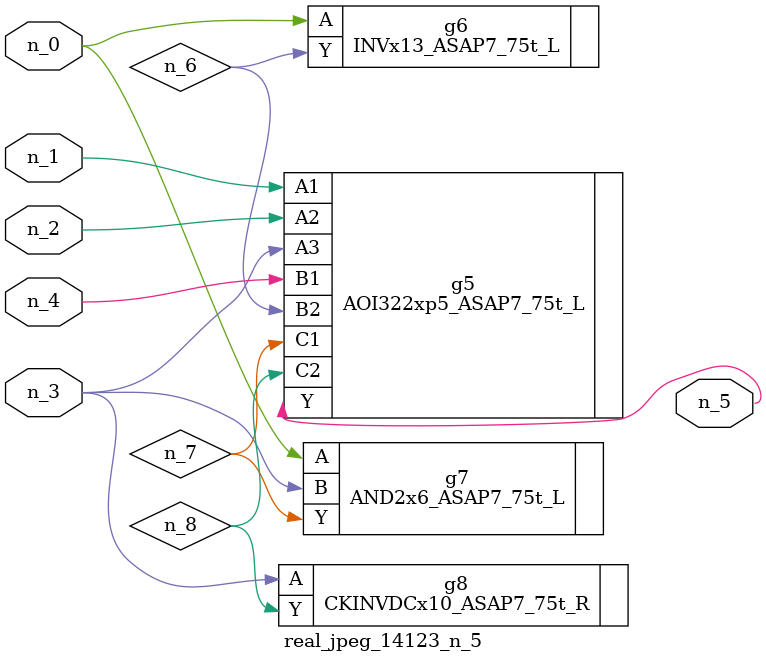
<source format=v>
module real_jpeg_14123_n_5 (n_4, n_0, n_1, n_2, n_3, n_5);

input n_4;
input n_0;
input n_1;
input n_2;
input n_3;

output n_5;

wire n_8;
wire n_6;
wire n_7;

INVx13_ASAP7_75t_L g6 ( 
.A(n_0),
.Y(n_6)
);

AND2x6_ASAP7_75t_L g7 ( 
.A(n_0),
.B(n_3),
.Y(n_7)
);

AOI322xp5_ASAP7_75t_L g5 ( 
.A1(n_1),
.A2(n_2),
.A3(n_3),
.B1(n_4),
.B2(n_6),
.C1(n_7),
.C2(n_8),
.Y(n_5)
);

CKINVDCx10_ASAP7_75t_R g8 ( 
.A(n_3),
.Y(n_8)
);


endmodule
</source>
